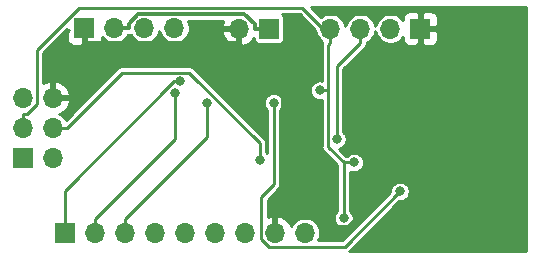
<source format=gbl>
%TF.GenerationSoftware,KiCad,Pcbnew,(5.1.6-0-10_14)*%
%TF.CreationDate,2020-11-29T14:34:25+01:00*%
%TF.ProjectId,ArduinoClone,41726475-696e-46f4-936c-6f6e652e6b69,v1.0*%
%TF.SameCoordinates,Original*%
%TF.FileFunction,Copper,L2,Bot*%
%TF.FilePolarity,Positive*%
%FSLAX46Y46*%
G04 Gerber Fmt 4.6, Leading zero omitted, Abs format (unit mm)*
G04 Created by KiCad (PCBNEW (5.1.6-0-10_14)) date 2020-11-29 14:34:25*
%MOMM*%
%LPD*%
G01*
G04 APERTURE LIST*
%TA.AperFunction,ComponentPad*%
%ADD10O,1.700000X1.700000*%
%TD*%
%TA.AperFunction,ComponentPad*%
%ADD11R,1.700000X1.700000*%
%TD*%
%TA.AperFunction,ViaPad*%
%ADD12C,1.000000*%
%TD*%
%TA.AperFunction,ViaPad*%
%ADD13C,0.800000*%
%TD*%
%TA.AperFunction,Conductor*%
%ADD14C,0.300000*%
%TD*%
%TA.AperFunction,Conductor*%
%ADD15C,0.250000*%
%TD*%
%TA.AperFunction,Conductor*%
%ADD16C,0.254000*%
%TD*%
G04 APERTURE END LIST*
D10*
%TO.P,BT1,2*%
%TO.N,GNDPWR*%
X112141000Y-128778000D03*
D11*
%TO.P,BT1,1*%
%TO.N,/Vcc*%
X114681000Y-128778000D03*
%TD*%
%TO.P,J1,1*%
%TO.N,/D2*%
X97409000Y-146050000D03*
D10*
%TO.P,J1,2*%
%TO.N,/D3*%
X99949000Y-146050000D03*
%TO.P,J1,3*%
%TO.N,/D4*%
X102489000Y-146050000D03*
%TO.P,J1,4*%
%TO.N,/D5*%
X105029000Y-146050000D03*
%TO.P,J1,5*%
%TO.N,/D6*%
X107569000Y-146050000D03*
%TO.P,J1,6*%
%TO.N,/D7*%
X110109000Y-146050000D03*
%TO.P,J1,7*%
%TO.N,/D8*%
X112649000Y-146050000D03*
%TO.P,J1,8*%
%TO.N,GNDPWR*%
X115189000Y-146050000D03*
%TO.P,J1,9*%
%TO.N,/Vcc*%
X117729000Y-146050000D03*
%TD*%
D11*
%TO.P,J2,1*%
%TO.N,GNDPWR*%
X99060000Y-128728000D03*
D10*
%TO.P,J2,2*%
%TO.N,/Vcc*%
X101600000Y-128728000D03*
%TO.P,J2,3*%
%TO.N,/RX*%
X104140000Y-128728000D03*
%TO.P,J2,4*%
%TO.N,/TX*%
X106680000Y-128728000D03*
%TD*%
%TO.P,J3,4*%
%TO.N,/SCK*%
X119888000Y-128778000D03*
%TO.P,J3,3*%
%TO.N,/SDA*%
X122428000Y-128778000D03*
%TO.P,J3,2*%
%TO.N,/Vcc*%
X124968000Y-128778000D03*
D11*
%TO.P,J3,1*%
%TO.N,GNDPWR*%
X127508000Y-128778000D03*
%TD*%
%TO.P,J4,1*%
%TO.N,/MISO*%
X93853000Y-139700000D03*
D10*
%TO.P,J4,2*%
%TO.N,/Vcc*%
X96393000Y-139700000D03*
%TO.P,J4,3*%
%TO.N,/SCK*%
X93853000Y-137160000D03*
%TO.P,J4,4*%
%TO.N,/MOSI*%
X96393000Y-137160000D03*
%TO.P,J4,5*%
%TO.N,/RESET*%
X93853000Y-134620000D03*
%TO.P,J4,6*%
%TO.N,GNDPWR*%
X96393000Y-134620000D03*
%TD*%
D12*
%TO.N,GNDPWR*%
X124349100Y-133085300D03*
D13*
%TO.N,/SCK*%
X121886800Y-140092200D03*
X118972600Y-133985000D03*
X121013000Y-144830100D03*
%TO.N,/D2*%
X107181500Y-133244200D03*
%TO.N,/D3*%
X106698600Y-134233000D03*
%TO.N,/D4*%
X109428500Y-135033000D03*
%TO.N,/SDA*%
X120429000Y-138124700D03*
%TO.N,/MOSI*%
X113908600Y-139873600D03*
%TO.N,/ADDS1*%
X115095900Y-135033000D03*
X125774000Y-142549900D03*
%TD*%
D14*
%TO.N,/Vcc*%
X102800300Y-128354900D02*
X102800300Y-128728000D01*
X103633600Y-127521600D02*
X102800300Y-128354900D01*
X112599400Y-127521600D02*
X103633600Y-127521600D01*
X113480700Y-128402900D02*
X112599400Y-127521600D01*
X113480700Y-128778000D02*
X113480700Y-128402900D01*
X114681000Y-128778000D02*
X113480700Y-128778000D01*
X101600000Y-128728000D02*
X102800300Y-128728000D01*
%TO.N,GNDPWR*%
X127508000Y-128778000D02*
X127508000Y-129978300D01*
X124401000Y-133085300D02*
X124349100Y-133085300D01*
X127508000Y-129978300D02*
X124401000Y-133085300D01*
X96393000Y-134620000D02*
X96393000Y-133419700D01*
X115189000Y-146050000D02*
X115189000Y-144849700D01*
X112141000Y-128778000D02*
X112141000Y-129978300D01*
X99060000Y-129978300D02*
X112141000Y-129978300D01*
X99060000Y-130752700D02*
X99060000Y-129978300D01*
X96393000Y-133419700D02*
X99060000Y-130752700D01*
X99060000Y-129978300D02*
X99060000Y-128728000D01*
X124349100Y-142660700D02*
X124349100Y-133085300D01*
X121412300Y-145597500D02*
X124349100Y-142660700D01*
X120393600Y-145597500D02*
X121412300Y-145597500D01*
X118923500Y-144127400D02*
X120393600Y-145597500D01*
X115911300Y-144127400D02*
X118923500Y-144127400D01*
X115189000Y-144849700D02*
X115911300Y-144127400D01*
X115911300Y-133748600D02*
X112141000Y-129978300D01*
X115911300Y-144127400D02*
X115911300Y-133748600D01*
D15*
%TO.N,/SCK*%
X121013000Y-140092200D02*
X121013000Y-144830100D01*
X121013000Y-140092200D02*
X121886800Y-140092200D01*
X119693700Y-130147600D02*
X119693700Y-133985000D01*
X119888000Y-129953300D02*
X119693700Y-130147600D01*
X118972600Y-133985000D02*
X119693700Y-133985000D01*
X119693700Y-138772900D02*
X121013000Y-140092200D01*
X119693700Y-133985000D02*
X119693700Y-138772900D01*
X119888000Y-128778000D02*
X119888000Y-129365600D01*
X119888000Y-129365600D02*
X119888000Y-129953300D01*
X94220400Y-135984700D02*
X93853000Y-135984700D01*
X95028300Y-135176800D02*
X94220400Y-135984700D01*
X95028300Y-130596400D02*
X95028300Y-135176800D01*
X98626200Y-126998500D02*
X95028300Y-130596400D01*
X117520900Y-126998500D02*
X98626200Y-126998500D01*
X119888000Y-129365600D02*
X117520900Y-126998500D01*
X93853000Y-137160000D02*
X93853000Y-135984700D01*
%TO.N,/D2*%
X97409000Y-142485300D02*
X97409000Y-146050000D01*
X106650100Y-133244200D02*
X97409000Y-142485300D01*
X107181500Y-133244200D02*
X106650100Y-133244200D01*
%TO.N,/D3*%
X99949000Y-146050000D02*
X99949000Y-144874700D01*
X106698600Y-138125100D02*
X106698600Y-134233000D01*
X99949000Y-144874700D02*
X106698600Y-138125100D01*
%TO.N,/D4*%
X102489000Y-146050000D02*
X102489000Y-144874700D01*
X109428500Y-137935200D02*
X109428500Y-135033000D01*
X102489000Y-144874700D02*
X109428500Y-137935200D01*
%TO.N,/SDA*%
X122428000Y-128778000D02*
X122428000Y-129953300D01*
X120429000Y-131952300D02*
X120429000Y-138124700D01*
X122428000Y-129953300D02*
X120429000Y-131952300D01*
%TO.N,/MOSI*%
X96393000Y-137160000D02*
X97568300Y-137160000D01*
X113908600Y-138462600D02*
X113908600Y-139873600D01*
X107956900Y-132510900D02*
X113908600Y-138462600D01*
X102217400Y-132510900D02*
X107956900Y-132510900D01*
X97568300Y-137160000D02*
X102217400Y-132510900D01*
%TO.N,/ADDS1*%
X115095900Y-141917400D02*
X115095900Y-135033000D01*
X114005000Y-143008300D02*
X115095900Y-141917400D01*
X114005000Y-146540100D02*
X114005000Y-143008300D01*
X114693700Y-147228800D02*
X114005000Y-146540100D01*
X121095100Y-147228800D02*
X114693700Y-147228800D01*
X125774000Y-142549900D02*
X121095100Y-147228800D01*
%TD*%
D16*
%TO.N,GNDPWR*%
G36*
X136446001Y-147622000D02*
G01*
X121496848Y-147622000D01*
X121510528Y-147605331D01*
X125730960Y-143384900D01*
X125856240Y-143384900D01*
X126017560Y-143352811D01*
X126169521Y-143289867D01*
X126306281Y-143198487D01*
X126422587Y-143082181D01*
X126513967Y-142945421D01*
X126576911Y-142793460D01*
X126609000Y-142632140D01*
X126609000Y-142467660D01*
X126576911Y-142306340D01*
X126513967Y-142154379D01*
X126422587Y-142017619D01*
X126306281Y-141901313D01*
X126169521Y-141809933D01*
X126017560Y-141746989D01*
X125856240Y-141714900D01*
X125691760Y-141714900D01*
X125530440Y-141746989D01*
X125378479Y-141809933D01*
X125241719Y-141901313D01*
X125125413Y-142017619D01*
X125034033Y-142154379D01*
X124971089Y-142306340D01*
X124939000Y-142467660D01*
X124939000Y-142592940D01*
X120863141Y-146668800D01*
X118860988Y-146668800D01*
X118867753Y-146658676D01*
X118964619Y-146424821D01*
X119014000Y-146176561D01*
X119014000Y-145923439D01*
X118964619Y-145675179D01*
X118867753Y-145441324D01*
X118727125Y-145230860D01*
X118548140Y-145051875D01*
X118337676Y-144911247D01*
X118103821Y-144814381D01*
X117855561Y-144765000D01*
X117602439Y-144765000D01*
X117354179Y-144814381D01*
X117120324Y-144911247D01*
X116909860Y-145051875D01*
X116730875Y-145230860D01*
X116590247Y-145441324D01*
X116563808Y-145505154D01*
X116533157Y-145418748D01*
X116384178Y-145168645D01*
X116189269Y-144952412D01*
X115955920Y-144778359D01*
X115693099Y-144653175D01*
X115545890Y-144608524D01*
X115316000Y-144729845D01*
X115316000Y-145923000D01*
X115336000Y-145923000D01*
X115336000Y-146177000D01*
X115316000Y-146177000D01*
X115316000Y-146197000D01*
X115062000Y-146197000D01*
X115062000Y-146177000D01*
X115042000Y-146177000D01*
X115042000Y-145923000D01*
X115062000Y-145923000D01*
X115062000Y-144729845D01*
X114832110Y-144608524D01*
X114684901Y-144653175D01*
X114565000Y-144710285D01*
X114565000Y-143240259D01*
X115472431Y-142332828D01*
X115493795Y-142315295D01*
X115531000Y-142269961D01*
X115563775Y-142230025D01*
X115615775Y-142132740D01*
X115631159Y-142082025D01*
X115647797Y-142027179D01*
X115655900Y-141944906D01*
X115655900Y-141944896D01*
X115658608Y-141917400D01*
X115655900Y-141889904D01*
X115655900Y-135653868D01*
X115744487Y-135565281D01*
X115835867Y-135428521D01*
X115898811Y-135276560D01*
X115930900Y-135115240D01*
X115930900Y-134950760D01*
X115898811Y-134789440D01*
X115835867Y-134637479D01*
X115744487Y-134500719D01*
X115628181Y-134384413D01*
X115491421Y-134293033D01*
X115339460Y-134230089D01*
X115178140Y-134198000D01*
X115013660Y-134198000D01*
X114852340Y-134230089D01*
X114700379Y-134293033D01*
X114563619Y-134384413D01*
X114447313Y-134500719D01*
X114355933Y-134637479D01*
X114292989Y-134789440D01*
X114260900Y-134950760D01*
X114260900Y-135115240D01*
X114292989Y-135276560D01*
X114355933Y-135428521D01*
X114447313Y-135565281D01*
X114535901Y-135653869D01*
X114535900Y-139320032D01*
X114468600Y-139252732D01*
X114468600Y-138490096D01*
X114471308Y-138462600D01*
X114468600Y-138435104D01*
X114468600Y-138435094D01*
X114460497Y-138352821D01*
X114428475Y-138247261D01*
X114377881Y-138152606D01*
X114376475Y-138149975D01*
X114324029Y-138086069D01*
X114324023Y-138086063D01*
X114306495Y-138064705D01*
X114285137Y-138047177D01*
X108372328Y-132134369D01*
X108354795Y-132113005D01*
X108269524Y-132043025D01*
X108172239Y-131991025D01*
X108066679Y-131959003D01*
X107984406Y-131950900D01*
X107984396Y-131950900D01*
X107956900Y-131948192D01*
X107929404Y-131950900D01*
X102244892Y-131950900D01*
X102217399Y-131948192D01*
X102189906Y-131950900D01*
X102189894Y-131950900D01*
X102107621Y-131959003D01*
X102002061Y-131991025D01*
X101956775Y-132015231D01*
X101904775Y-132043025D01*
X101840869Y-132095471D01*
X101840863Y-132095477D01*
X101819505Y-132113005D01*
X101801977Y-132134363D01*
X97472979Y-136463362D01*
X97391125Y-136340860D01*
X97212140Y-136161875D01*
X97001676Y-136021247D01*
X96937846Y-135994808D01*
X97024252Y-135964157D01*
X97274355Y-135815178D01*
X97490588Y-135620269D01*
X97664641Y-135386920D01*
X97789825Y-135124099D01*
X97834476Y-134976890D01*
X97713155Y-134747000D01*
X96520000Y-134747000D01*
X96520000Y-134767000D01*
X96266000Y-134767000D01*
X96266000Y-134747000D01*
X96246000Y-134747000D01*
X96246000Y-134493000D01*
X96266000Y-134493000D01*
X96266000Y-133299186D01*
X96520000Y-133299186D01*
X96520000Y-134493000D01*
X97713155Y-134493000D01*
X97834476Y-134263110D01*
X97789825Y-134115901D01*
X97664641Y-133853080D01*
X97490588Y-133619731D01*
X97274355Y-133424822D01*
X97024252Y-133275843D01*
X96749891Y-133178519D01*
X96520000Y-133299186D01*
X96266000Y-133299186D01*
X96036109Y-133178519D01*
X95761748Y-133275843D01*
X95588300Y-133379161D01*
X95588300Y-130828359D01*
X97575000Y-128841660D01*
X97575000Y-128855002D01*
X97733748Y-128855002D01*
X97575000Y-129013750D01*
X97571928Y-129578000D01*
X97584188Y-129702482D01*
X97620498Y-129822180D01*
X97679463Y-129932494D01*
X97758815Y-130029185D01*
X97855506Y-130108537D01*
X97965820Y-130167502D01*
X98085518Y-130203812D01*
X98210000Y-130216072D01*
X98774250Y-130213000D01*
X98933000Y-130054250D01*
X98933000Y-128855000D01*
X98913000Y-128855000D01*
X98913000Y-128601000D01*
X98933000Y-128601000D01*
X98933000Y-128581000D01*
X99187000Y-128581000D01*
X99187000Y-128601000D01*
X99207000Y-128601000D01*
X99207000Y-128855000D01*
X99187000Y-128855000D01*
X99187000Y-130054250D01*
X99345750Y-130213000D01*
X99910000Y-130216072D01*
X100034482Y-130203812D01*
X100154180Y-130167502D01*
X100264494Y-130108537D01*
X100361185Y-130029185D01*
X100440537Y-129932494D01*
X100499502Y-129822180D01*
X100535812Y-129702482D01*
X100548072Y-129578000D01*
X100547461Y-129465703D01*
X100601875Y-129547140D01*
X100780860Y-129726125D01*
X100991324Y-129866753D01*
X101225179Y-129963619D01*
X101473439Y-130013000D01*
X101726561Y-130013000D01*
X101974821Y-129963619D01*
X102208676Y-129866753D01*
X102419140Y-129726125D01*
X102598125Y-129547140D01*
X102738753Y-129336676D01*
X102748560Y-129313000D01*
X102771567Y-129313000D01*
X102800300Y-129315830D01*
X102829033Y-129313000D01*
X102914980Y-129304535D01*
X102979790Y-129284875D01*
X103001247Y-129336676D01*
X103141875Y-129547140D01*
X103320860Y-129726125D01*
X103531324Y-129866753D01*
X103765179Y-129963619D01*
X104013439Y-130013000D01*
X104266561Y-130013000D01*
X104514821Y-129963619D01*
X104748676Y-129866753D01*
X104959140Y-129726125D01*
X105138125Y-129547140D01*
X105278753Y-129336676D01*
X105375619Y-129102821D01*
X105410000Y-128929973D01*
X105444381Y-129102821D01*
X105541247Y-129336676D01*
X105681875Y-129547140D01*
X105860860Y-129726125D01*
X106071324Y-129866753D01*
X106305179Y-129963619D01*
X106553439Y-130013000D01*
X106806561Y-130013000D01*
X107054821Y-129963619D01*
X107288676Y-129866753D01*
X107499140Y-129726125D01*
X107678125Y-129547140D01*
X107818753Y-129336676D01*
X107902335Y-129134891D01*
X110699519Y-129134891D01*
X110796843Y-129409252D01*
X110945822Y-129659355D01*
X111140731Y-129875588D01*
X111374080Y-130049641D01*
X111636901Y-130174825D01*
X111784110Y-130219476D01*
X112014000Y-130098155D01*
X112014000Y-128905000D01*
X110820186Y-128905000D01*
X110699519Y-129134891D01*
X107902335Y-129134891D01*
X107915619Y-129102821D01*
X107965000Y-128854561D01*
X107965000Y-128601439D01*
X107915619Y-128353179D01*
X107818753Y-128119324D01*
X107810251Y-128106600D01*
X110820758Y-128106600D01*
X110796843Y-128146748D01*
X110699519Y-128421109D01*
X110820186Y-128651000D01*
X112014000Y-128651000D01*
X112014000Y-128631000D01*
X112268000Y-128631000D01*
X112268000Y-128651000D01*
X112288000Y-128651000D01*
X112288000Y-128905000D01*
X112268000Y-128905000D01*
X112268000Y-130098155D01*
X112497890Y-130219476D01*
X112645099Y-130174825D01*
X112907920Y-130049641D01*
X113141269Y-129875588D01*
X113336178Y-129659355D01*
X113393896Y-129562459D01*
X113393896Y-129628000D01*
X113402295Y-129713275D01*
X113427169Y-129795272D01*
X113467561Y-129870842D01*
X113521921Y-129937079D01*
X113588158Y-129991439D01*
X113663728Y-130031831D01*
X113745725Y-130056705D01*
X113831000Y-130065104D01*
X115531000Y-130065104D01*
X115616275Y-130056705D01*
X115698272Y-130031831D01*
X115773842Y-129991439D01*
X115840079Y-129937079D01*
X115894439Y-129870842D01*
X115934831Y-129795272D01*
X115959705Y-129713275D01*
X115968104Y-129628000D01*
X115968104Y-127928000D01*
X115959705Y-127842725D01*
X115934831Y-127760728D01*
X115894439Y-127685158D01*
X115840079Y-127618921D01*
X115773842Y-127564561D01*
X115762502Y-127558500D01*
X117288941Y-127558500D01*
X118603000Y-128872560D01*
X118603000Y-128904561D01*
X118652381Y-129152821D01*
X118749247Y-129386676D01*
X118889875Y-129597140D01*
X119068860Y-129776125D01*
X119207696Y-129868893D01*
X119173825Y-129932262D01*
X119141803Y-130037822D01*
X119133700Y-130120095D01*
X119133700Y-130120104D01*
X119130992Y-130147600D01*
X119133700Y-130175096D01*
X119133701Y-133165687D01*
X119054840Y-133150000D01*
X118890360Y-133150000D01*
X118729040Y-133182089D01*
X118577079Y-133245033D01*
X118440319Y-133336413D01*
X118324013Y-133452719D01*
X118232633Y-133589479D01*
X118169689Y-133741440D01*
X118137600Y-133902760D01*
X118137600Y-134067240D01*
X118169689Y-134228560D01*
X118232633Y-134380521D01*
X118324013Y-134517281D01*
X118440319Y-134633587D01*
X118577079Y-134724967D01*
X118729040Y-134787911D01*
X118890360Y-134820000D01*
X119054840Y-134820000D01*
X119133700Y-134804314D01*
X119133701Y-138745394D01*
X119130992Y-138772900D01*
X119141804Y-138882679D01*
X119173826Y-138988239D01*
X119225825Y-139085524D01*
X119278271Y-139149430D01*
X119278278Y-139149437D01*
X119295806Y-139170795D01*
X119317164Y-139188323D01*
X120453000Y-140324160D01*
X120453001Y-144209231D01*
X120364413Y-144297819D01*
X120273033Y-144434579D01*
X120210089Y-144586540D01*
X120178000Y-144747860D01*
X120178000Y-144912340D01*
X120210089Y-145073660D01*
X120273033Y-145225621D01*
X120364413Y-145362381D01*
X120480719Y-145478687D01*
X120617479Y-145570067D01*
X120769440Y-145633011D01*
X120930760Y-145665100D01*
X121095240Y-145665100D01*
X121256560Y-145633011D01*
X121408521Y-145570067D01*
X121545281Y-145478687D01*
X121661587Y-145362381D01*
X121752967Y-145225621D01*
X121815911Y-145073660D01*
X121848000Y-144912340D01*
X121848000Y-144747860D01*
X121815911Y-144586540D01*
X121752967Y-144434579D01*
X121661587Y-144297819D01*
X121573000Y-144209232D01*
X121573000Y-140866017D01*
X121643240Y-140895111D01*
X121804560Y-140927200D01*
X121969040Y-140927200D01*
X122130360Y-140895111D01*
X122282321Y-140832167D01*
X122419081Y-140740787D01*
X122535387Y-140624481D01*
X122626767Y-140487721D01*
X122689711Y-140335760D01*
X122721800Y-140174440D01*
X122721800Y-140009960D01*
X122689711Y-139848640D01*
X122626767Y-139696679D01*
X122535387Y-139559919D01*
X122419081Y-139443613D01*
X122282321Y-139352233D01*
X122130360Y-139289289D01*
X121969040Y-139257200D01*
X121804560Y-139257200D01*
X121643240Y-139289289D01*
X121491279Y-139352233D01*
X121354519Y-139443613D01*
X121265932Y-139532200D01*
X121244960Y-139532200D01*
X120645711Y-138932952D01*
X120672560Y-138927611D01*
X120824521Y-138864667D01*
X120961281Y-138773287D01*
X121077587Y-138656981D01*
X121168967Y-138520221D01*
X121231911Y-138368260D01*
X121264000Y-138206940D01*
X121264000Y-138042460D01*
X121231911Y-137881140D01*
X121168967Y-137729179D01*
X121077587Y-137592419D01*
X120989000Y-137503832D01*
X120989000Y-132184259D01*
X122804537Y-130368723D01*
X122825895Y-130351195D01*
X122843423Y-130329837D01*
X122843429Y-130329831D01*
X122895875Y-130265925D01*
X122931911Y-130198505D01*
X122947875Y-130168639D01*
X122979897Y-130063079D01*
X122988000Y-129980806D01*
X122988000Y-129980796D01*
X122990708Y-129953300D01*
X122989051Y-129936480D01*
X123036676Y-129916753D01*
X123247140Y-129776125D01*
X123426125Y-129597140D01*
X123566753Y-129386676D01*
X123663619Y-129152821D01*
X123698000Y-128979973D01*
X123732381Y-129152821D01*
X123829247Y-129386676D01*
X123969875Y-129597140D01*
X124148860Y-129776125D01*
X124359324Y-129916753D01*
X124593179Y-130013619D01*
X124841439Y-130063000D01*
X125094561Y-130063000D01*
X125342821Y-130013619D01*
X125576676Y-129916753D01*
X125787140Y-129776125D01*
X125966125Y-129597140D01*
X126020539Y-129515703D01*
X126019928Y-129628000D01*
X126032188Y-129752482D01*
X126068498Y-129872180D01*
X126127463Y-129982494D01*
X126206815Y-130079185D01*
X126303506Y-130158537D01*
X126413820Y-130217502D01*
X126533518Y-130253812D01*
X126658000Y-130266072D01*
X127222250Y-130263000D01*
X127381000Y-130104250D01*
X127381000Y-128905000D01*
X127635000Y-128905000D01*
X127635000Y-130104250D01*
X127793750Y-130263000D01*
X128358000Y-130266072D01*
X128482482Y-130253812D01*
X128602180Y-130217502D01*
X128712494Y-130158537D01*
X128809185Y-130079185D01*
X128888537Y-129982494D01*
X128947502Y-129872180D01*
X128983812Y-129752482D01*
X128996072Y-129628000D01*
X128993000Y-129063750D01*
X128834250Y-128905000D01*
X127635000Y-128905000D01*
X127381000Y-128905000D01*
X127361000Y-128905000D01*
X127361000Y-128651000D01*
X127381000Y-128651000D01*
X127381000Y-127451750D01*
X127635000Y-127451750D01*
X127635000Y-128651000D01*
X128834250Y-128651000D01*
X128993000Y-128492250D01*
X128996072Y-127928000D01*
X128983812Y-127803518D01*
X128947502Y-127683820D01*
X128888537Y-127573506D01*
X128809185Y-127476815D01*
X128712494Y-127397463D01*
X128602180Y-127338498D01*
X128482482Y-127302188D01*
X128358000Y-127289928D01*
X127793750Y-127293000D01*
X127635000Y-127451750D01*
X127381000Y-127451750D01*
X127222250Y-127293000D01*
X126658000Y-127289928D01*
X126533518Y-127302188D01*
X126413820Y-127338498D01*
X126303506Y-127397463D01*
X126206815Y-127476815D01*
X126127463Y-127573506D01*
X126068498Y-127683820D01*
X126032188Y-127803518D01*
X126019928Y-127928000D01*
X126020539Y-128040297D01*
X125966125Y-127958860D01*
X125787140Y-127779875D01*
X125576676Y-127639247D01*
X125342821Y-127542381D01*
X125094561Y-127493000D01*
X124841439Y-127493000D01*
X124593179Y-127542381D01*
X124359324Y-127639247D01*
X124148860Y-127779875D01*
X123969875Y-127958860D01*
X123829247Y-128169324D01*
X123732381Y-128403179D01*
X123698000Y-128576027D01*
X123663619Y-128403179D01*
X123566753Y-128169324D01*
X123426125Y-127958860D01*
X123247140Y-127779875D01*
X123036676Y-127639247D01*
X122802821Y-127542381D01*
X122554561Y-127493000D01*
X122301439Y-127493000D01*
X122053179Y-127542381D01*
X121819324Y-127639247D01*
X121608860Y-127779875D01*
X121429875Y-127958860D01*
X121289247Y-128169324D01*
X121192381Y-128403179D01*
X121158000Y-128576027D01*
X121123619Y-128403179D01*
X121026753Y-128169324D01*
X120886125Y-127958860D01*
X120707140Y-127779875D01*
X120496676Y-127639247D01*
X120262821Y-127542381D01*
X120014561Y-127493000D01*
X119761439Y-127493000D01*
X119513179Y-127542381D01*
X119279324Y-127639247D01*
X119084071Y-127769711D01*
X118266359Y-126952000D01*
X136446000Y-126952000D01*
X136446001Y-147622000D01*
G37*
X136446001Y-147622000D02*
X121496848Y-147622000D01*
X121510528Y-147605331D01*
X125730960Y-143384900D01*
X125856240Y-143384900D01*
X126017560Y-143352811D01*
X126169521Y-143289867D01*
X126306281Y-143198487D01*
X126422587Y-143082181D01*
X126513967Y-142945421D01*
X126576911Y-142793460D01*
X126609000Y-142632140D01*
X126609000Y-142467660D01*
X126576911Y-142306340D01*
X126513967Y-142154379D01*
X126422587Y-142017619D01*
X126306281Y-141901313D01*
X126169521Y-141809933D01*
X126017560Y-141746989D01*
X125856240Y-141714900D01*
X125691760Y-141714900D01*
X125530440Y-141746989D01*
X125378479Y-141809933D01*
X125241719Y-141901313D01*
X125125413Y-142017619D01*
X125034033Y-142154379D01*
X124971089Y-142306340D01*
X124939000Y-142467660D01*
X124939000Y-142592940D01*
X120863141Y-146668800D01*
X118860988Y-146668800D01*
X118867753Y-146658676D01*
X118964619Y-146424821D01*
X119014000Y-146176561D01*
X119014000Y-145923439D01*
X118964619Y-145675179D01*
X118867753Y-145441324D01*
X118727125Y-145230860D01*
X118548140Y-145051875D01*
X118337676Y-144911247D01*
X118103821Y-144814381D01*
X117855561Y-144765000D01*
X117602439Y-144765000D01*
X117354179Y-144814381D01*
X117120324Y-144911247D01*
X116909860Y-145051875D01*
X116730875Y-145230860D01*
X116590247Y-145441324D01*
X116563808Y-145505154D01*
X116533157Y-145418748D01*
X116384178Y-145168645D01*
X116189269Y-144952412D01*
X115955920Y-144778359D01*
X115693099Y-144653175D01*
X115545890Y-144608524D01*
X115316000Y-144729845D01*
X115316000Y-145923000D01*
X115336000Y-145923000D01*
X115336000Y-146177000D01*
X115316000Y-146177000D01*
X115316000Y-146197000D01*
X115062000Y-146197000D01*
X115062000Y-146177000D01*
X115042000Y-146177000D01*
X115042000Y-145923000D01*
X115062000Y-145923000D01*
X115062000Y-144729845D01*
X114832110Y-144608524D01*
X114684901Y-144653175D01*
X114565000Y-144710285D01*
X114565000Y-143240259D01*
X115472431Y-142332828D01*
X115493795Y-142315295D01*
X115531000Y-142269961D01*
X115563775Y-142230025D01*
X115615775Y-142132740D01*
X115631159Y-142082025D01*
X115647797Y-142027179D01*
X115655900Y-141944906D01*
X115655900Y-141944896D01*
X115658608Y-141917400D01*
X115655900Y-141889904D01*
X115655900Y-135653868D01*
X115744487Y-135565281D01*
X115835867Y-135428521D01*
X115898811Y-135276560D01*
X115930900Y-135115240D01*
X115930900Y-134950760D01*
X115898811Y-134789440D01*
X115835867Y-134637479D01*
X115744487Y-134500719D01*
X115628181Y-134384413D01*
X115491421Y-134293033D01*
X115339460Y-134230089D01*
X115178140Y-134198000D01*
X115013660Y-134198000D01*
X114852340Y-134230089D01*
X114700379Y-134293033D01*
X114563619Y-134384413D01*
X114447313Y-134500719D01*
X114355933Y-134637479D01*
X114292989Y-134789440D01*
X114260900Y-134950760D01*
X114260900Y-135115240D01*
X114292989Y-135276560D01*
X114355933Y-135428521D01*
X114447313Y-135565281D01*
X114535901Y-135653869D01*
X114535900Y-139320032D01*
X114468600Y-139252732D01*
X114468600Y-138490096D01*
X114471308Y-138462600D01*
X114468600Y-138435104D01*
X114468600Y-138435094D01*
X114460497Y-138352821D01*
X114428475Y-138247261D01*
X114377881Y-138152606D01*
X114376475Y-138149975D01*
X114324029Y-138086069D01*
X114324023Y-138086063D01*
X114306495Y-138064705D01*
X114285137Y-138047177D01*
X108372328Y-132134369D01*
X108354795Y-132113005D01*
X108269524Y-132043025D01*
X108172239Y-131991025D01*
X108066679Y-131959003D01*
X107984406Y-131950900D01*
X107984396Y-131950900D01*
X107956900Y-131948192D01*
X107929404Y-131950900D01*
X102244892Y-131950900D01*
X102217399Y-131948192D01*
X102189906Y-131950900D01*
X102189894Y-131950900D01*
X102107621Y-131959003D01*
X102002061Y-131991025D01*
X101956775Y-132015231D01*
X101904775Y-132043025D01*
X101840869Y-132095471D01*
X101840863Y-132095477D01*
X101819505Y-132113005D01*
X101801977Y-132134363D01*
X97472979Y-136463362D01*
X97391125Y-136340860D01*
X97212140Y-136161875D01*
X97001676Y-136021247D01*
X96937846Y-135994808D01*
X97024252Y-135964157D01*
X97274355Y-135815178D01*
X97490588Y-135620269D01*
X97664641Y-135386920D01*
X97789825Y-135124099D01*
X97834476Y-134976890D01*
X97713155Y-134747000D01*
X96520000Y-134747000D01*
X96520000Y-134767000D01*
X96266000Y-134767000D01*
X96266000Y-134747000D01*
X96246000Y-134747000D01*
X96246000Y-134493000D01*
X96266000Y-134493000D01*
X96266000Y-133299186D01*
X96520000Y-133299186D01*
X96520000Y-134493000D01*
X97713155Y-134493000D01*
X97834476Y-134263110D01*
X97789825Y-134115901D01*
X97664641Y-133853080D01*
X97490588Y-133619731D01*
X97274355Y-133424822D01*
X97024252Y-133275843D01*
X96749891Y-133178519D01*
X96520000Y-133299186D01*
X96266000Y-133299186D01*
X96036109Y-133178519D01*
X95761748Y-133275843D01*
X95588300Y-133379161D01*
X95588300Y-130828359D01*
X97575000Y-128841660D01*
X97575000Y-128855002D01*
X97733748Y-128855002D01*
X97575000Y-129013750D01*
X97571928Y-129578000D01*
X97584188Y-129702482D01*
X97620498Y-129822180D01*
X97679463Y-129932494D01*
X97758815Y-130029185D01*
X97855506Y-130108537D01*
X97965820Y-130167502D01*
X98085518Y-130203812D01*
X98210000Y-130216072D01*
X98774250Y-130213000D01*
X98933000Y-130054250D01*
X98933000Y-128855000D01*
X98913000Y-128855000D01*
X98913000Y-128601000D01*
X98933000Y-128601000D01*
X98933000Y-128581000D01*
X99187000Y-128581000D01*
X99187000Y-128601000D01*
X99207000Y-128601000D01*
X99207000Y-128855000D01*
X99187000Y-128855000D01*
X99187000Y-130054250D01*
X99345750Y-130213000D01*
X99910000Y-130216072D01*
X100034482Y-130203812D01*
X100154180Y-130167502D01*
X100264494Y-130108537D01*
X100361185Y-130029185D01*
X100440537Y-129932494D01*
X100499502Y-129822180D01*
X100535812Y-129702482D01*
X100548072Y-129578000D01*
X100547461Y-129465703D01*
X100601875Y-129547140D01*
X100780860Y-129726125D01*
X100991324Y-129866753D01*
X101225179Y-129963619D01*
X101473439Y-130013000D01*
X101726561Y-130013000D01*
X101974821Y-129963619D01*
X102208676Y-129866753D01*
X102419140Y-129726125D01*
X102598125Y-129547140D01*
X102738753Y-129336676D01*
X102748560Y-129313000D01*
X102771567Y-129313000D01*
X102800300Y-129315830D01*
X102829033Y-129313000D01*
X102914980Y-129304535D01*
X102979790Y-129284875D01*
X103001247Y-129336676D01*
X103141875Y-129547140D01*
X103320860Y-129726125D01*
X103531324Y-129866753D01*
X103765179Y-129963619D01*
X104013439Y-130013000D01*
X104266561Y-130013000D01*
X104514821Y-129963619D01*
X104748676Y-129866753D01*
X104959140Y-129726125D01*
X105138125Y-129547140D01*
X105278753Y-129336676D01*
X105375619Y-129102821D01*
X105410000Y-128929973D01*
X105444381Y-129102821D01*
X105541247Y-129336676D01*
X105681875Y-129547140D01*
X105860860Y-129726125D01*
X106071324Y-129866753D01*
X106305179Y-129963619D01*
X106553439Y-130013000D01*
X106806561Y-130013000D01*
X107054821Y-129963619D01*
X107288676Y-129866753D01*
X107499140Y-129726125D01*
X107678125Y-129547140D01*
X107818753Y-129336676D01*
X107902335Y-129134891D01*
X110699519Y-129134891D01*
X110796843Y-129409252D01*
X110945822Y-129659355D01*
X111140731Y-129875588D01*
X111374080Y-130049641D01*
X111636901Y-130174825D01*
X111784110Y-130219476D01*
X112014000Y-130098155D01*
X112014000Y-128905000D01*
X110820186Y-128905000D01*
X110699519Y-129134891D01*
X107902335Y-129134891D01*
X107915619Y-129102821D01*
X107965000Y-128854561D01*
X107965000Y-128601439D01*
X107915619Y-128353179D01*
X107818753Y-128119324D01*
X107810251Y-128106600D01*
X110820758Y-128106600D01*
X110796843Y-128146748D01*
X110699519Y-128421109D01*
X110820186Y-128651000D01*
X112014000Y-128651000D01*
X112014000Y-128631000D01*
X112268000Y-128631000D01*
X112268000Y-128651000D01*
X112288000Y-128651000D01*
X112288000Y-128905000D01*
X112268000Y-128905000D01*
X112268000Y-130098155D01*
X112497890Y-130219476D01*
X112645099Y-130174825D01*
X112907920Y-130049641D01*
X113141269Y-129875588D01*
X113336178Y-129659355D01*
X113393896Y-129562459D01*
X113393896Y-129628000D01*
X113402295Y-129713275D01*
X113427169Y-129795272D01*
X113467561Y-129870842D01*
X113521921Y-129937079D01*
X113588158Y-129991439D01*
X113663728Y-130031831D01*
X113745725Y-130056705D01*
X113831000Y-130065104D01*
X115531000Y-130065104D01*
X115616275Y-130056705D01*
X115698272Y-130031831D01*
X115773842Y-129991439D01*
X115840079Y-129937079D01*
X115894439Y-129870842D01*
X115934831Y-129795272D01*
X115959705Y-129713275D01*
X115968104Y-129628000D01*
X115968104Y-127928000D01*
X115959705Y-127842725D01*
X115934831Y-127760728D01*
X115894439Y-127685158D01*
X115840079Y-127618921D01*
X115773842Y-127564561D01*
X115762502Y-127558500D01*
X117288941Y-127558500D01*
X118603000Y-128872560D01*
X118603000Y-128904561D01*
X118652381Y-129152821D01*
X118749247Y-129386676D01*
X118889875Y-129597140D01*
X119068860Y-129776125D01*
X119207696Y-129868893D01*
X119173825Y-129932262D01*
X119141803Y-130037822D01*
X119133700Y-130120095D01*
X119133700Y-130120104D01*
X119130992Y-130147600D01*
X119133700Y-130175096D01*
X119133701Y-133165687D01*
X119054840Y-133150000D01*
X118890360Y-133150000D01*
X118729040Y-133182089D01*
X118577079Y-133245033D01*
X118440319Y-133336413D01*
X118324013Y-133452719D01*
X118232633Y-133589479D01*
X118169689Y-133741440D01*
X118137600Y-133902760D01*
X118137600Y-134067240D01*
X118169689Y-134228560D01*
X118232633Y-134380521D01*
X118324013Y-134517281D01*
X118440319Y-134633587D01*
X118577079Y-134724967D01*
X118729040Y-134787911D01*
X118890360Y-134820000D01*
X119054840Y-134820000D01*
X119133700Y-134804314D01*
X119133701Y-138745394D01*
X119130992Y-138772900D01*
X119141804Y-138882679D01*
X119173826Y-138988239D01*
X119225825Y-139085524D01*
X119278271Y-139149430D01*
X119278278Y-139149437D01*
X119295806Y-139170795D01*
X119317164Y-139188323D01*
X120453000Y-140324160D01*
X120453001Y-144209231D01*
X120364413Y-144297819D01*
X120273033Y-144434579D01*
X120210089Y-144586540D01*
X120178000Y-144747860D01*
X120178000Y-144912340D01*
X120210089Y-145073660D01*
X120273033Y-145225621D01*
X120364413Y-145362381D01*
X120480719Y-145478687D01*
X120617479Y-145570067D01*
X120769440Y-145633011D01*
X120930760Y-145665100D01*
X121095240Y-145665100D01*
X121256560Y-145633011D01*
X121408521Y-145570067D01*
X121545281Y-145478687D01*
X121661587Y-145362381D01*
X121752967Y-145225621D01*
X121815911Y-145073660D01*
X121848000Y-144912340D01*
X121848000Y-144747860D01*
X121815911Y-144586540D01*
X121752967Y-144434579D01*
X121661587Y-144297819D01*
X121573000Y-144209232D01*
X121573000Y-140866017D01*
X121643240Y-140895111D01*
X121804560Y-140927200D01*
X121969040Y-140927200D01*
X122130360Y-140895111D01*
X122282321Y-140832167D01*
X122419081Y-140740787D01*
X122535387Y-140624481D01*
X122626767Y-140487721D01*
X122689711Y-140335760D01*
X122721800Y-140174440D01*
X122721800Y-140009960D01*
X122689711Y-139848640D01*
X122626767Y-139696679D01*
X122535387Y-139559919D01*
X122419081Y-139443613D01*
X122282321Y-139352233D01*
X122130360Y-139289289D01*
X121969040Y-139257200D01*
X121804560Y-139257200D01*
X121643240Y-139289289D01*
X121491279Y-139352233D01*
X121354519Y-139443613D01*
X121265932Y-139532200D01*
X121244960Y-139532200D01*
X120645711Y-138932952D01*
X120672560Y-138927611D01*
X120824521Y-138864667D01*
X120961281Y-138773287D01*
X121077587Y-138656981D01*
X121168967Y-138520221D01*
X121231911Y-138368260D01*
X121264000Y-138206940D01*
X121264000Y-138042460D01*
X121231911Y-137881140D01*
X121168967Y-137729179D01*
X121077587Y-137592419D01*
X120989000Y-137503832D01*
X120989000Y-132184259D01*
X122804537Y-130368723D01*
X122825895Y-130351195D01*
X122843423Y-130329837D01*
X122843429Y-130329831D01*
X122895875Y-130265925D01*
X122931911Y-130198505D01*
X122947875Y-130168639D01*
X122979897Y-130063079D01*
X122988000Y-129980806D01*
X122988000Y-129980796D01*
X122990708Y-129953300D01*
X122989051Y-129936480D01*
X123036676Y-129916753D01*
X123247140Y-129776125D01*
X123426125Y-129597140D01*
X123566753Y-129386676D01*
X123663619Y-129152821D01*
X123698000Y-128979973D01*
X123732381Y-129152821D01*
X123829247Y-129386676D01*
X123969875Y-129597140D01*
X124148860Y-129776125D01*
X124359324Y-129916753D01*
X124593179Y-130013619D01*
X124841439Y-130063000D01*
X125094561Y-130063000D01*
X125342821Y-130013619D01*
X125576676Y-129916753D01*
X125787140Y-129776125D01*
X125966125Y-129597140D01*
X126020539Y-129515703D01*
X126019928Y-129628000D01*
X126032188Y-129752482D01*
X126068498Y-129872180D01*
X126127463Y-129982494D01*
X126206815Y-130079185D01*
X126303506Y-130158537D01*
X126413820Y-130217502D01*
X126533518Y-130253812D01*
X126658000Y-130266072D01*
X127222250Y-130263000D01*
X127381000Y-130104250D01*
X127381000Y-128905000D01*
X127635000Y-128905000D01*
X127635000Y-130104250D01*
X127793750Y-130263000D01*
X128358000Y-130266072D01*
X128482482Y-130253812D01*
X128602180Y-130217502D01*
X128712494Y-130158537D01*
X128809185Y-130079185D01*
X128888537Y-129982494D01*
X128947502Y-129872180D01*
X128983812Y-129752482D01*
X128996072Y-129628000D01*
X128993000Y-129063750D01*
X128834250Y-128905000D01*
X127635000Y-128905000D01*
X127381000Y-128905000D01*
X127361000Y-128905000D01*
X127361000Y-128651000D01*
X127381000Y-128651000D01*
X127381000Y-127451750D01*
X127635000Y-127451750D01*
X127635000Y-128651000D01*
X128834250Y-128651000D01*
X128993000Y-128492250D01*
X128996072Y-127928000D01*
X128983812Y-127803518D01*
X128947502Y-127683820D01*
X128888537Y-127573506D01*
X128809185Y-127476815D01*
X128712494Y-127397463D01*
X128602180Y-127338498D01*
X128482482Y-127302188D01*
X128358000Y-127289928D01*
X127793750Y-127293000D01*
X127635000Y-127451750D01*
X127381000Y-127451750D01*
X127222250Y-127293000D01*
X126658000Y-127289928D01*
X126533518Y-127302188D01*
X126413820Y-127338498D01*
X126303506Y-127397463D01*
X126206815Y-127476815D01*
X126127463Y-127573506D01*
X126068498Y-127683820D01*
X126032188Y-127803518D01*
X126019928Y-127928000D01*
X126020539Y-128040297D01*
X125966125Y-127958860D01*
X125787140Y-127779875D01*
X125576676Y-127639247D01*
X125342821Y-127542381D01*
X125094561Y-127493000D01*
X124841439Y-127493000D01*
X124593179Y-127542381D01*
X124359324Y-127639247D01*
X124148860Y-127779875D01*
X123969875Y-127958860D01*
X123829247Y-128169324D01*
X123732381Y-128403179D01*
X123698000Y-128576027D01*
X123663619Y-128403179D01*
X123566753Y-128169324D01*
X123426125Y-127958860D01*
X123247140Y-127779875D01*
X123036676Y-127639247D01*
X122802821Y-127542381D01*
X122554561Y-127493000D01*
X122301439Y-127493000D01*
X122053179Y-127542381D01*
X121819324Y-127639247D01*
X121608860Y-127779875D01*
X121429875Y-127958860D01*
X121289247Y-128169324D01*
X121192381Y-128403179D01*
X121158000Y-128576027D01*
X121123619Y-128403179D01*
X121026753Y-128169324D01*
X120886125Y-127958860D01*
X120707140Y-127779875D01*
X120496676Y-127639247D01*
X120262821Y-127542381D01*
X120014561Y-127493000D01*
X119761439Y-127493000D01*
X119513179Y-127542381D01*
X119279324Y-127639247D01*
X119084071Y-127769711D01*
X118266359Y-126952000D01*
X136446000Y-126952000D01*
X136446001Y-147622000D01*
%TD*%
M02*

</source>
